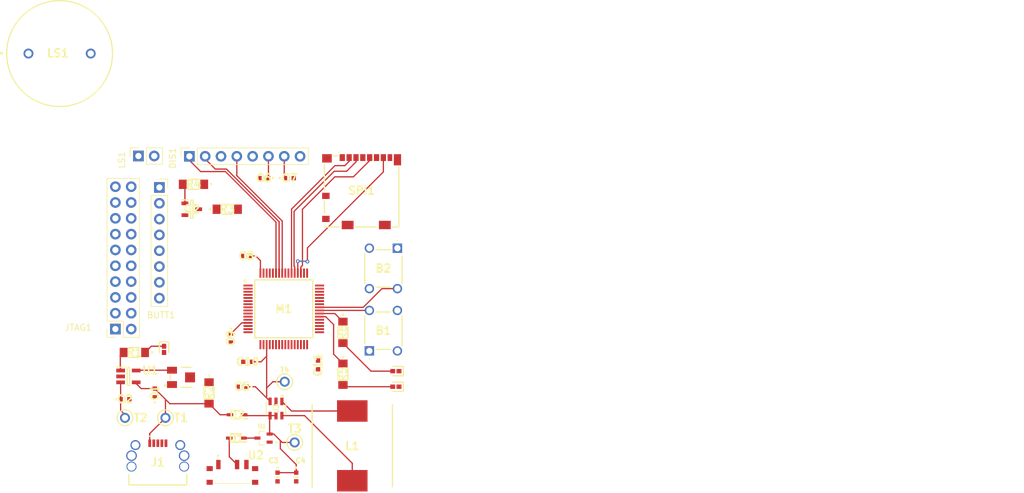
<source format=kicad_pcb>
(kicad_pcb (version 20241229) (generator "pcbnew") (generator_version "9.0")
  (layers (0 "F.Cu" signal) (2 "B.Cu" signal) (13 "F.Paste" user) (15 "B.Paste" user) (5 "F.SilkS" user "F.Silkscreen") (7 "B.SilkS" user "B.Silkscreen") (1 "F.Mask" user) (3 "B.Mask" user) (25 "Edge.Cuts" user))
  (property "SHEETTOTAL" "4")
  (property "SPICEMODELCACHEVSSAWUAC" "<root>\r\n  <DocumentId>VSSAWUAC</DocumentId>\r\n</root>")
  (net 0 "")
  (net 1 "/VDD")
  (net 4 "/IO2")
  (net 7 "/IO3")
  (net 8 "/VBAT2")
  (net 9 "Net-(D1-Pad1)")
  (net 10 "/VIN")
  (net 11 "/VBUS")
  (net 20 "GND")
  (net 22 "Net-(LD1-Pad1)")
  (net 23 "Net-(LD2-Pad2)")
  (net 24 "Net-(LD3-Pad2)")
  (net 28 "/SPI2")
  (net 29 "/DIS1")
  (net 30 "/I2C7")
  (net 32 "/I2C3")
  (net 33 "/IO1")
  (net 34 "/JTAG3")
  (net 40 "/I2C1")
  (net 42 "/DIS2")
  (net 45 "/SPI0")
  (net 46 "/JTAG1")
  (net 48 "/I2C2")
  (net 49 "/I2C4")
  (net 50 "/JTAG0")
  (net 53 "/I2C5")
  (net 57 "/JTAG2")
  (net 61 "/JTAG5")
  (net 62 "/SPI1")
  (net 63 "/SPI3")
  (net 64 "/DIS0")
  (net 65 "/IO0")
  (net 69 "/I2C0")
  (net 71 "/I2C6")
  (net 73 "/PB0")
  (net 74 "/JTAG4")
  (net 77 "Net-(U1-PROG)")
  (net 87 "/VBAT1")
  (net 88 "Net-(U1-STAT)")
  (net 95 "Net-(U3-SW1)")
  (net 96 "Net-(U3-SW2)")
  (net 97 "Net-(C6-Pad1)")
  (net 98 "Net-(C7-Pad1)")
  (net 108 "Net-(Q2-B)")
  (net 109 "Net-(Q2-C)")
  (footprint "footprints:5002" (layer "F.Cu") (at 97 115.5)
    (property "Reference" "T1" (at 2.5 0 0) (layer "F.SilkS") (effects (font (size 1.27 1.27) (thickness 0.254))))
    (property "Value" "5002" (hide yes))
    (pad "1" thru_hole circle (at 0 0) (size 1.6 1.6) (drill 1.02) (layers "*.Cu" "*.Mask") (net 11 "/VBUS"))
  )
  (footprint "footprints:5002" (layer "F.Cu") (at 90.5 115.5)
    (property "Reference" "T2" (at 2.5 0 0) (layer "F.SilkS") (effects (font (size 1.27 1.27) (thickness 0.254))))
    (property "Value" "5002" (hide yes))
    (pad "1" thru_hole circle (at 0 0) (size 1.6 1.6) (drill 1.02) (layers "*.Cu" "*.Mask") (net 87 "/VBAT1"))
  )
  (footprint "Connector_PinSocket_2.54mm:PinSocket_1x08_P2.54mm_Vertical" (layer "F.Cu") (at 100.84 73.5 90)
    (property "Reference" "DIS1" (at -0.3 -2.69 270) (layer "F.SilkS"))
    (property "Value" "Header 8" (hide yes))
    (pad "1" thru_hole rect (at 0 0 90) (size 1.7 1.7) (drill 1) (layers "*.Cu" "*.Mask") (net 64 "/DIS0"))
    (pad "2" thru_hole oval (at 0 2.54 90) (size 1.7 1.7) (drill 1) (layers "*.Cu" "*.Mask") (net 29 "/DIS1"))
    (pad "3" thru_hole oval (at 0 5.08 90) (size 1.7 1.7) (drill 1) (layers "*.Cu" "*.Mask") (net 20 "GND"))
    (pad "4" thru_hole oval (at 0 7.62 90) (size 1.7 1.7) (drill 1) (layers "*.Cu" "*.Mask") (net 42 "/DIS2"))
    (pad "5" thru_hole oval (at 0 10.16 90) (size 1.7 1.7) (drill 1) (layers "*.Cu" "*.Mask") (net 20 "GND"))
    (pad "6" thru_hole oval (at 0 12.7 90) (size 1.7 1.7) (drill 1) (layers "*.Cu" "*.Mask") (net 97 "Net-(C6-Pad1)"))
    (pad "7" thru_hole oval (at 0 15.24 90) (size 1.7 1.7) (drill 1) (layers "*.Cu" "*.Mask") (net 98 "Net-(C7-Pad1)"))
    (pad "8" thru_hole oval (at 0 17.78 90) (size 1.7 1.7) (drill 1) (layers "*.Cu" "*.Mask") (net 20 "GND"))
  )
  (footprint "footprints:QFP50P1200X1200X160-64N" (layer "F.Cu") (at 116 98)
    (property "Reference" "M1" (at 0 0 0) (layer "F.SilkS") (effects (font (size 1.27 1.27) (thickness 0.254))))
    (property "Value" "STM32L476RGT6" (hide yes))
    (pad "1" smd rect (at -5.738 -3.75 90) (size 0.3 1.475) (layers "F.Cu" "F.Mask" "F.Paste") (net 8 "/VBAT2"))
    (pad "2" smd rect (at -5.738 -3.25 90) (size 0.3 1.475) (layers "F.Cu" "F.Mask" "F.Paste"))
    (pad "3" smd rect (at -5.738 -2.75 90) (size 0.3 1.475) (layers "F.Cu" "F.Mask" "F.Paste"))
    (pad "4" smd rect (at -5.738 -2.25 90) (size 0.3 1.475) (layers "F.Cu" "F.Mask" "F.Paste"))
    (pad "5" smd rect (at -5.738 -1.75 90) (size 0.3 1.475) (layers "F.Cu" "F.Mask" "F.Paste"))
    (pad "6" smd rect (at -5.738 -1.25 90) (size 0.3 1.475) (layers "F.Cu" "F.Mask" "F.Paste"))
    (pad "7" smd rect (at -5.738 -0.75 90) (size 0.3 1.475) (layers "F.Cu" "F.Mask" "F.Paste") (net 61 "/JTAG5"))
    (pad "8" smd rect (at -5.738 -0.25 90) (size 0.3 1.475) (layers "F.Cu" "F.Mask" "F.Paste"))
    (pad "9" smd rect (at -5.738 0.25 90) (size 0.3 1.475) (layers "F.Cu" "F.Mask" "F.Paste"))
    (pad "10" smd rect (at -5.738 0.75 90) (size 0.3 1.475) (layers "F.Cu" "F.Mask" "F.Paste"))
    (pad "11" smd rect (at -5.738 1.25 90) (size 0.3 1.475) (layers "F.Cu" "F.Mask" "F.Paste"))
    (pad "12" smd rect (at -5.738 1.75 90) (size 0.3 1.475) (layers "F.Cu" "F.Mask" "F.Paste") (net 20 "GND"))
    (pad "13" smd rect (at -5.738 2.25 90) (size 0.3 1.475) (layers "F.Cu" "F.Mask" "F.Paste") (net 1 "/VDD"))
    (pad "14" smd rect (at -5.738 2.75 90) (size 0.3 1.475) (layers "F.Cu" "F.Mask" "F.Paste"))
    (pad "15" smd rect (at -5.738 3.25 90) (size 0.3 1.475) (layers "F.Cu" "F.Mask" "F.Paste"))
    (pad "16" smd rect (at -5.738 3.75 90) (size 0.3 1.475) (layers "F.Cu" "F.Mask" "F.Paste"))
    (pad "17" smd rect (at -3.75 5.738) (size 0.3 1.475) (layers "F.Cu" "F.Mask" "F.Paste"))
    (pad "18" smd rect (at -3.25 5.738) (size 0.3 1.475) (layers "F.Cu" "F.Mask" "F.Paste") (net 20 "GND"))
    (pad "19" smd rect (at -2.75 5.738) (size 0.3 1.475) (layers "F.Cu" "F.Mask" "F.Paste") (net 1 "/VDD"))
    (pad "20" smd rect (at -2.25 5.738) (size 0.3 1.475) (layers "F.Cu" "F.Mask" "F.Paste"))
    (pad "21" smd rect (at -1.75 5.738) (size 0.3 1.475) (layers "F.Cu" "F.Mask" "F.Paste"))
    (pad "22" smd rect (at -1.25 5.738) (size 0.3 1.475) (layers "F.Cu" "F.Mask" "F.Paste") (net 69 "/I2C0"))
    (pad "23" smd rect (at -0.75 5.738) (size 0.3 1.475) (layers "F.Cu" "F.Mask" "F.Paste") (net 40 "/I2C1"))
    (pad "24" smd rect (at -0.25 5.738) (size 0.3 1.475) (layers "F.Cu" "F.Mask" "F.Paste") (net 48 "/I2C2"))
    (pad "25" smd rect (at 0.25 5.738) (size 0.3 1.475) (layers "F.Cu" "F.Mask" "F.Paste") (net 32 "/I2C3"))
    (pad "26" smd rect (at 0.75 5.738) (size 0.3 1.475) (layers "F.Cu" "F.Mask" "F.Paste") (net 73 "/PB0"))
    (pad "27" smd rect (at 1.25 5.738) (size 0.3 1.475) (layers "F.Cu" "F.Mask" "F.Paste") (net 49 "/I2C4"))
    (pad "28" smd rect (at 1.75 5.738) (size 0.3 1.475) (layers "F.Cu" "F.Mask" "F.Paste") (net 53 "/I2C5"))
    (pad "29" smd rect (at 2.25 5.738) (size 0.3 1.475) (layers "F.Cu" "F.Mask" "F.Paste") (net 71 "/I2C6"))
    (pad "30" smd rect (at 2.75 5.738) (size 0.3 1.475) (layers "F.Cu" "F.Mask" "F.Paste") (net 30 "/I2C7"))
    (pad "31" smd rect (at 3.25 5.738) (size 0.3 1.475) (layers "F.Cu" "F.Mask" "F.Paste") (net 20 "GND"))
    (pad "32" smd rect (at 3.75 5.738) (size 0.3 1.475) (layers "F.Cu" "F.Mask" "F.Paste") (net 1 "/VDD"))
    (pad "33" smd rect (at 5.738 3.75 90) (size 0.3 1.475) (layers "F.Cu" "F.Mask" "F.Paste"))
    (pad "34" smd rect (at 5.738 3.25 90) (size 0.3 1.475) (layers "F.Cu" "F.Mask" "F.Paste"))
    (pad "35" smd rect (at 5.738 2.75 90) (size 0.3 1.475) (layers "F.Cu" "F.Mask" "F.Paste"))
    (pad "36" smd rect (at 5.738 2.25 90) (size 0.3 1.475) (layers "F.Cu" "F.Mask" "F.Paste"))
    (pad "37" smd rect (at 5.738 1.75 90) (size 0.3 1.475) (layers "F.Cu" "F.Mask" "F.Paste"))
    (pad "38" smd rect (at 5.738 1.25 90) (size 0.3 1.475) (layers "F.Cu" "F.Mask" "F.Paste") (net 65 "/IO0"))
    (pad "39" smd rect (at 5.738 0.75 90) (size 0.3 1.475) (layers "F.Cu" "F.Mask" "F.Paste") (net 33 "/IO1"))
    (pad "40" smd rect (at 5.738 0.25 90) (size 0.3 1.475) (layers "F.Cu" "F.Mask" "F.Paste") (net 4 "/IO2"))
    (pad "41" smd rect (at 5.738 -0.25 90) (size 0.3 1.475) (layers "F.Cu" "F.Mask" "F.Paste") (net 7 "/IO3"))
    (pad "42" smd rect (at 5.738 -0.75 90) (size 0.3 1.475) (layers "F.Cu" "F.Mask" "F.Paste"))
    (pad "43" smd rect (at 5.738 -1.25 90) (size 0.3 1.475) (layers "F.Cu" "F.Mask" "F.Paste"))
    (pad "44" smd rect (at 5.738 -1.75 90) (size 0.3 1.475) (layers "F.Cu" "F.Mask" "F.Paste"))
    (pad "45" smd rect (at 5.738 -2.25 90) (size 0.3 1.475) (layers "F.Cu" "F.Mask" "F.Paste"))
    (pad "46" smd rect (at 5.738 -2.75 90) (size 0.3 1.475) (layers "F.Cu" "F.Mask" "F.Paste") (net 57 "/JTAG2"))
    (pad "47" smd rect (at 5.738 -3.25 90) (size 0.3 1.475) (layers "F.Cu" "F.Mask" "F.Paste") (net 20 "GND"))
    (pad "48" smd rect (at 5.738 -3.75 90) (size 0.3 1.475) (layers "F.Cu" "F.Mask" "F.Paste"))
    (pad "49" smd rect (at 3.75 -5.738) (size 0.3 1.475) (layers "F.Cu" "F.Mask" "F.Paste") (net 34 "/JTAG3"))
    (pad "50" smd rect (at 3.25 -5.738) (size 0.3 1.475) (layers "F.Cu" "F.Mask" "F.Paste") (net 74 "/JTAG4"))
    (pad "51" smd rect (at 2.75 -5.738) (size 0.3 1.475) (layers "F.Cu" "F.Mask" "F.Paste") (net 63 "/SPI3"))
    (pad "52" smd rect (at 2.25 -5.738) (size 0.3 1.475) (layers "F.Cu" "F.Mask" "F.Paste") (net 28 "/SPI2"))
    (pad "53" smd rect (at 1.75 -5.738) (size 0.3 1.475) (layers "F.Cu" "F.Mask" "F.Paste") (net 62 "/SPI1"))
    (pad "54" smd rect (at 1.25 -5.738) (size 0.3 1.475) (layers "F.Cu" "F.Mask" "F.Paste") (net 45 "/SPI0"))
    (pad "55" smd rect (at 0.75 -5.738) (size 0.3 1.475) (layers "F.Cu" "F.Mask" "F.Paste") (net 46 "/JTAG1"))
    (pad "56" smd rect (at 0.25 -5.738) (size 0.3 1.475) (layers "F.Cu" "F.Mask" "F.Paste") (net 50 "/JTAG0"))
    (pad "57" smd rect (at -0.25 -5.738) (size 0.3 1.475) (layers "F.Cu" "F.Mask" "F.Paste") (net 42 "/DIS2"))
    (pad "58" smd rect (at -0.75 -5.738) (size 0.3 1.475) (layers "F.Cu" "F.Mask" "F.Paste") (net 29 "/DIS1"))
    (pad "59" smd rect (at -1.25 -5.738) (size 0.3 1.475) (layers "F.Cu" "F.Mask" "F.Paste") (net 64 "/DIS0"))
    (pad "60" smd rect (at -1.75 -5.738) (size 0.3 1.475) (layers "F.Cu" "F.Mask" "F.Paste"))
    (pad "61" smd rect (at -2.25 -5.738) (size 0.3 1.475) (layers "F.Cu" "F.Mask" "F.Paste"))
    (pad "62" smd rect (at -2.75 -5.738) (size 0.3 1.475) (layers "F.Cu" "F.Mask" "F.Paste"))
    (pad "63" smd rect (at -3.25 -5.738) (size 0.3 1.475) (layers "F.Cu" "F.Mask" "F.Paste") (net 20 "GND"))
    (pad "64" smd rect (at -3.75 -5.738) (size 0.3 1.475) (layers "F.Cu" "F.Mask" "F.Paste") (net 1 "/VDD"))
  )
  (footprint "Connector_PinSocket_2.54mm:PinSocket_1x02_P2.54mm_Vertical" (layer "F.Cu") (at 92.66 73.45 90)
    (property "Reference" "LS1" (at -0.65 -2.66 90) (layer "F.SilkS"))
    (property "Value" "Conn_01x02_Pin" (hide yes))
    (pad "1" thru_hole rect (at 0 0 90) (size 1.7 1.7) (drill 1) (layers "*.Cu" "*.Mask") (net 1 "/VDD"))
    (pad "2" thru_hole oval (at 0 2.54 90) (size 1.7 1.7) (drill 1) (layers "*.Cu" "*.Mask") (net 109 "Net-(Q2-C)"))
  )
  (footprint "footprints:MAJx16" (layer "F.Cu") (at 95.275 111.5 90)
    (property "Reference" "C1" (at 0 0 90) (layer "F.SilkS") (effects (font (size 1.27 1.27) (thickness 0.254))))
    (property "Value" "4.7u" (hide yes))
    (pad "1" smd rect (at -0.7 0 90) (size 0.7 0.7) (layers "F.Cu" "F.Mask" "F.Paste") (net 20 "GND"))
    (pad "2" smd rect (at 0.7 0 90) (size 0.7 0.7) (layers "F.Cu" "F.Mask" "F.Paste") (net 11 "/VBUS"))
  )
  (footprint "footprints:1040310811" (layer "F.Cu") (at 128.5 79 180)
    (property "Reference" "SPI1" (at 0 0 0) (layer "F.SilkS") (effects (font (size 1.27 1.27) (thickness 0.254))))
    (property "Value" "104031-0811" (hide yes))
    (pad "1" smd rect (at 3.105 5.294 180) (size 0.85 1.1) (layers "F.Cu" "F.Mask" "F.Paste"))
    (pad "2" smd rect (at 2.005 5.294 180) (size 0.85 1.1) (layers "F.Cu" "F.Mask" "F.Paste") (net 45 "/SPI0"))
    (pad "3" smd rect (at 0.905 5.294 180) (size 0.85 1.1) (layers "F.Cu" "F.Mask" "F.Paste") (net 62 "/SPI1"))
    (pad "4" smd rect (at -0.195 5.294 180) (size 0.85 1.1) (layers "F.Cu" "F.Mask" "F.Paste") (net 1 "/VDD"))
    (pad "5" smd rect (at -1.295 5.294 180) (size 0.85 1.1) (layers "F.Cu" "F.Mask" "F.Paste") (net 63 "/SPI3"))
    (pad "6" smd rect (at -2.395 5.294 180) (size 0.85 1.1) (layers "F.Cu" "F.Mask" "F.Paste") (net 20 "GND"))
    (pad "7" smd rect (at -3.495 5.294 180) (size 0.85 1.1) (layers "F.Cu" "F.Mask" "F.Paste") (net 28 "/SPI2"))
    (pad "8" smd rect (at -4.545 5.294 180) (size 0.75 1.1) (layers "F.Cu" "F.Mask" "F.Paste"))
    (pad "9" smd rect (at -5.755 4.944 180) (size 1.17 1.8) (layers "F.Cu" "F.Mask" "F.Paste"))
    (pad "10" smd rect (at -3.73 -5.531 270) (size 1.35 1.9) (layers "F.Cu" "F.Mask" "F.Paste"))
    (pad "11" smd rect (at 2.24 -5.531 270) (size 1.35 1.9) (layers "F.Cu" "F.Mask" "F.Paste"))
    (pad "12" smd rect (at 5.74 -4.556 270) (size 1 1.2) (layers "F.Cu" "F.Mask" "F.Paste"))
    (pad "13" smd rect (at 5.74 -0.856 270) (size 1 1.2) (layers "F.Cu" "F.Mask" "F.Paste"))
    (pad "14" smd rect (at 5.565 5.169 270) (size 1.35 1.55) (layers "F.Cu" "F.Mask" "F.Paste"))
  )
  (footprint "footprints:3313J-1" (layer "F.Cu") (at 99.5 109 -90)
    (property "Reference" "R0" (hide yes))
    (property "Value" "3313J-1-473E" (hide yes))
    (pad "1" smd rect (at 1.15 1.45 270) (size 1.1 1.6) (layers "F.Cu" "F.Mask" "F.Paste"))
    (pad "2" smd rect (at 0 -1.45) (size 1.6 1.6) (layers "F.Cu" "F.Mask" "F.Paste") (net 20 "GND"))
    (pad "3" smd rect (at -1.15 1.45 270) (size 1.1 1.6) (layers "F.Cu" "F.Mask" "F.Paste") (net 77 "Net-(U1-PROG)"))
  )
  (footprint "footprints:TSOT-23_S6" (layer "F.Cu") (at 114.75 114 -90)
    (property "Reference" "U3" (at 0 0 90) (layer "F.SilkS") (effects (font (size 0.787402 0.787402))))
    (property "Value" "LTC3531ES6-3.3-TRPBF" (hide yes))
    (fp_text user "*" (at -1.9812 -1.3208 90) (layer "F.SilkS"))
    (pad "1" smd rect (at -1.143 -0.95 270) (size 1.2192 0.508) (layers "F.Cu" "F.Mask" "F.Paste") (net 96 "Net-(U3-SW2)"))
    (pad "2" smd rect (at -1.143 0 270) (size 1.2192 0.508) (layers "F.Cu" "F.Mask" "F.Paste") (net 20 "GND"))
    (pad "3" smd rect (at -1.143 0.95 270) (size 1.2192 0.508) (layers "F.Cu" "F.Mask" "F.Paste") (net 1 "/VDD"))
    (pad "4" smd rect (at 1.143 0.95 270) (size 1.2192 0.508) (layers "F.Cu" "F.Mask" "F.Paste") (net 10 "/VIN"))
    (pad "5" smd rect (at 1.143 0 270) (size 1.2192 0.508) (layers "F.Cu" "F.Mask" "F.Paste") (net 10 "/VIN"))
    (pad "6" smd rect (at 1.143 -0.95 270) (size 1.2192 0.508) (layers "F.Cu" "F.Mask" "F.Paste") (net 95 "Net-(U3-SW1)"))
  )
  (footprint "footprints:5002" (layer "F.Cu") (at 117.75 119.45)
    (property "Reference" "T3" (at 0 -2.2 0) (layer "F.SilkS") (effects (font (size 1.27 1.27) (thickness 0.254))))
    (property "Value" "5002" (hide yes))
    (pad "1" thru_hole circle (at 0 0) (size 1.6 1.6) (drill 1.02) (layers "*.Cu" "*.Mask") (net 10 "/VIN"))
  )
  (footprint "footprints:SKHHARA010" (layer "F.Cu") (at 134.25 88.25 -90)
    (property "Reference" "B2" (at 3.25 2.25 180) (layer "F.SilkS") (effects (font (size 1.27 1.27) (thickness 0.254))))
    (property "Value" "SKHHARA010" (hide yes))
    (pad "1" thru_hole rect (at 0 0 270) (size 1.5 1.5) (drill 1) (layers "*.Cu" "*.Mask") (net 1 "/VDD"))
    (pad "2" thru_hole circle (at 6.5 0 270) (size 1.5 1.5) (drill 1) (layers "*.Cu" "*.Mask") (net 7 "/IO3"))
    (pad "3" thru_hole circle (at 0 4.5 270) (size 1.5 1.5) (drill 1) (layers "*.Cu" "*.Mask"))
    (pad "4" thru_hole circle (at 6.5 4.5 270) (size 1.5 1.5) (drill 1) (layers "*.Cu" "*.Mask"))
  )
  (footprint "footprints:SOD2513X110N" (layer "F.Cu") (at 108.388 118.75 180)
    (property "Reference" "D1" (at 0 0 0) (layer "F.SilkS") (effects (font (size 1.27 1.27) (thickness 0.254))))
    (property "Value" "BAS_3010B-03W_E6327" (hide yes))
    (pad "1" smd rect (at -1.138 0 270) (size 0.5 1.05) (layers "F.Cu" "F.Mask" "F.Paste") (net 9 "Net-(D1-Pad1)"))
    (pad "2" smd rect (at 1.138 0 270) (size 0.5 1.05) (layers "F.Cu" "F.Mask" "F.Paste") (net 8 "/VBAT2"))
  )
  (footprint "footprints:MAJx16" (layer "F.Cu") (at 116.9 77)
    (property "Reference" "C7" (at 0 0 0) (layer "F.SilkS") (effects (font (size 1.27 1.27) (thickness 0.254))))
    (property "Value" "10u" (hide yes))
    (pad "1" smd rect (at -0.7 0) (size 0.7 0.7) (layers "F.Cu" "F.Mask" "F.Paste") (net 98 "Net-(C7-Pad1)"))
    (pad "2" smd rect (at 0.7 0) (size 0.7 0.7) (layers "F.Cu" "F.Mask" "F.Paste") (net 20 "GND"))
  )
  (footprint "footprints:MAJx16" (layer "F.Cu") (at 109.3 110.5 180)
    (property "Reference" "C5" (at 0 0 180) (layer "F.SilkS") (effects (font (size 1.27 1.27) (thickness 0.254))))
    (property "Value" "10u" (hide yes))
    (pad "1" smd rect (at -0.7 0 180) (size 0.7 0.7) (layers "F.Cu" "F.Mask" "F.Paste") (net 1 "/VDD"))
    (pad "2" smd rect (at 0.7 0 180) (size 0.7 0.7) (layers "F.Cu" "F.Mask" "F.Paste") (net 20 "GND"))
  )
  (footprint "footprints:SOT95P240X115-3N" (layer "F.Cu") (at 101.225 82)
    (property "Reference" "Q2" (at 0 0 0) (layer "F.SilkS") (effects (font (size 1.27 1.27) (thickness 0.254))))
    (property "Value" "BC847-T" (hide yes))
    (pad "1" smd rect (at -1.1 -0.95 90) (size 0.6 1.1) (layers "F.Cu" "F.Mask" "F.Paste") (net 108 "Net-(Q2-B)"))
    (pad "2" smd rect (at -1.1 0.95 90) (size 0.6 1.1) (layers "F.Cu" "F.Mask" "F.Paste") (net 20 "GND"))
    (pad "3" smd rect (at 1.1 0 90) (size 0.6 1.1) (layers "F.Cu" "F.Mask" "F.Paste") (net 109 "Net-(Q2-C)"))
  )
  (footprint "footprints:SOT95P270X145-5N" (layer "F.Cu") (at 91.05 108.85)
    (property "Reference" "U1" (at 3.5 -1 0) (layer "F.SilkS") (effects (font (size 1.27 1.27) (thickness 0.254))))
    (property "Value" "MCP73831T-2ACI_OT" (hide yes))
    (pad "1" smd rect (at -1.25 -0.95 90) (size 0.6 1.4) (layers "F.Cu" "F.Mask" "F.Paste") (net 88 "Net-(U1-STAT)"))
    (pad "2" smd rect (at -1.25 0 90) (size 0.6 1.4) (layers "F.Cu" "F.Mask" "F.Paste") (net 20 "GND"))
    (pad "3" smd rect (at -1.25 0.95 90) (size 0.6 1.4) (layers "F.Cu" "F.Mask" "F.Paste") (net 87 "/VBAT1"))
    (pad "4" smd rect (at 1.25 0.95 90) (size 0.6 1.4) (layers "F.Cu" "F.Mask" "F.Paste") (net 11 "/VBUS"))
    (pad "5" smd rect (at 1.25 -0.95 90) (size 0.6 1.4) (layers "F.Cu" "F.Mask" "F.Paste") (net 77 "Net-(U1-PROG)"))
  )
  (footprint "footprints:ERA8KEB1004V" (layer "F.Cu") (at 104 111.5 -90)
    (property "Reference" "R2" (at 0 0 270) (layer "F.SilkS") (effects (font (size 1.27 1.27) (thickness 0.254))))
    (property "Value" "100k" (hide yes))
    (pad "1" smd rect (at -1.725 0 270) (size 1.25 1.5) (layers "F.Cu" "F.Mask" "F.Paste") (net 20 "GND"))
    (pad "2" smd rect (at 1.725 0 270) (size 1.25 1.5) (layers "F.Cu" "F.Mask" "F.Paste") (net 11 "/VBUS"))
  )
  (footprint "footprints:SOT65P210X110-3N" (layer "F.Cu") (at 112.75 118.75 180)
    (property "Reference" "Q1" (at 0.25 1.9 0) (layer "F.SilkS") (effects (font (size 0.64 0.64))))
    (property "Value" "DMP2240UW-7" (hide yes))
    (pad "1" smd rect (at -0.98 -0.65 180) (size 0.97 0.5) (layers "F.Cu" "F.Mask" "F.Paste") (net 11 "/VBUS"))
    (pad "2" smd rect (at -0.98 0.65 180) (size 0.97 0.5) (layers "F.Cu" "F.Mask" "F.Paste") (net 10 "/VIN"))
    (pad "3" smd rect (at 0.98 0 180) (size 0.97 0.5) (layers "F.Cu" "F.Mask" "F.Paste") (net 9 "Net-(D1-Pad1)"))
  )
  (footprint "footprints:ERA8KEB1004V" (layer "F.Cu") (at 92 105 180)
    (property "Reference" "R1" (at 0 0 180) (layer "F.SilkS") (effects (font (size 1.27 1.27) (thickness 0.254))))
    (property "Value" "470" (hide yes))
    (pad "1" smd rect (at -1.725 0 180) (size 1.25 1.5) (layers "F.Cu" "F.Mask" "F.Paste") (net 22 "Net-(LD1-Pad1)"))
    (pad "2" smd rect (at 1.725 0 180) (size 1.25 1.5) (layers "F.Cu" "F.Mask" "F.Paste") (net 88 "Net-(U1-STAT)"))
  )
  (footprint "Connector_PinSocket_2.54mm:PinSocket_1x08_P2.54mm_Vertical" (layer "F.Cu") (at 96.025 78.5)
    (property "Reference" "BUTT1" (at 0.275 20.5 0) (layer "F.SilkS"))
    (property "Value" "Header 8" (hide yes))
    (pad "1" thru_hole rect (at 0 0) (size 1.7 1.7) (drill 1) (layers "*.Cu" "*.Mask") (net 30 "/I2C7"))
    (pad "2" thru_hole oval (at 0 2.54) (size 1.7 1.7) (drill 1) (layers "*.Cu" "*.Mask") (net 71 "/I2C6"))
    (pad "3" thru_hole oval (at 0 5.08) (size 1.7 1.7) (drill 1) (layers "*.Cu" "*.Mask") (net 53 "/I2C5"))
    (pad "4" thru_hole oval (at 0 7.62) (size 1.7 1.7) (drill 1) (layers "*.Cu" "*.Mask") (net 49 "/I2C4"))
    (pad "5" thru_hole oval (at 0 10.16) (size 1.7 1.7) (drill 1) (layers "*.Cu" "*.Mask") (net 32 "/I2C3"))
    (pad "6" thru_hole oval (at 0 12.7) (size 1.7 1.7) (drill 1) (layers "*.Cu" "*.Mask") (net 48 "/I2C2"))
    (pad "7" thru_hole oval (at 0 15.24) (size 1.7 1.7) (drill 1) (layers "*.Cu" "*.Mask") (net 40 "/I2C1"))
    (pad "8" thru_hole oval (at 0 17.78) (size 1.7 1.7) (drill 1) (layers "*.Cu" "*.Mask") (net 69 "/I2C0"))
  )
  (footprint "footprints:PS17_1" (layer "F.Cu") (at 80 57)
    (property "Reference" "LS1" (at -0.28 -0.054 0) (layer "F.SilkS") (effects (font (size 1.27 1.27) (thickness 0.254))))
    (property "Value" "PS1720P02" (hide yes))
    (pad "1" thru_hole circle (at -5 0) (size 1.58 1.58) (drill 1.02) (layers "*.Cu" "*.Mask"))
    (pad "2" thru_hole circle (at 5 0) (size 1.58 1.58) (drill 1.02) (layers "*.Cu" "*.Mask"))
  )
  (footprint "footprints:ERA8KEB1004V" (layer "F.Cu") (at 125.5 108.5 -90)
    (property "Reference" "R5" (at 0 0 270) (layer "F.SilkS") (effects (font (size 1.27 1.27) (thickness 0.254))))
    (property "Value" "470" (hide yes))
    (pad "1" smd rect (at -1.725 0 270) (size 1.25 1.5) (layers "F.Cu" "F.Mask" "F.Paste") (net 65 "/IO0"))
    (pad "2" smd rect (at 1.725 0 270) (size 1.25 1.5) (layers "F.Cu" "F.Mask" "F.Paste") (net 23 "Net-(LD2-Pad2)"))
  )
  (footprint "footprints:LEDC1006X25N" (layer "F.Cu") (at 134 110.5 180)
    (property "Reference" "LD2" (hide yes))
    (property "Value" "SML-P12UTT86" (hide yes))
    (pad "1" smd rect (at -0.5 0 270) (size 0.7 0.8) (layers "F.Cu" "F.Mask" "F.Paste") (net 20 "GND"))
    (pad "2" smd rect (at 0.5 0 270) (size 0.7 0.8) (layers "F.Cu" "F.Mask" "F.Paste") (net 23 "Net-(LD2-Pad2)"))
  )
  (footprint "footprints:LEDC1006X25N" (layer "F.Cu") (at 134 108 180)
    (property "Reference" "LD3" (hide yes))
    (property "Value" "SML-P12UTT86" (hide yes))
    (pad "1" smd rect (at -0.5 0 270) (size 0.7 0.8) (layers "F.Cu" "F.Mask" "F.Paste") (net 20 "GND"))
    (pad "2" smd rect (at 0.5 0 270) (size 0.7 0.8) (layers "F.Cu" "F.Mask" "F.Paste") (net 24 "Net-(LD3-Pad2)"))
  )
  (footprint "footprints:INDPM132129X350N" (layer "F.Cu") (at 127 120 90)
    (property "Reference" "L1" (at 0 0 180) (layer "F.SilkS") (effects (font (size 1.27 1.27) (thickness 0.254))))
    (property "Value" "10u" (hide yes))
    (pad "1" smd rect (at -5.6 0 90) (size 3.45 4.9) (layers "F.Cu" "F.Mask" "F.Paste") (net 95 "Net-(U3-SW1)"))
    (pad "2" smd rect (at 5.6 0 90) (size 3.45 4.9) (layers "F.Cu" "F.Mask" "F.Paste") (net 96 "Net-(U3-SW2)"))
  )
  (footprint "footprints:MAJx16" (layer "F.Cu") (at 121.5 107 -90)
    (property "Reference" "C11" (at 0 0 90) (layer "F.SilkS") (effects (font (size 1.27 1.27) (thickness 0.254))))
    (property "Value" "10u" (hide yes))
    (pad "1" smd rect (at -0.7 0 270) (size 0.7 0.7) (layers "F.Cu" "F.Mask" "F.Paste") (net 1 "/VDD"))
    (pad "2" smd rect (at 0.7 0 270) (size 0.7 0.7) (layers "F.Cu" "F.Mask" "F.Paste") (net 20 "GND"))
  )
  (footprint "footprints:SKHHARA010" (layer "F.Cu") (at 129.75 104.75 90)
    (property "Reference" "B1" (at 3.25 2.25 180) (layer "F.SilkS") (effects (font (size 1.27 1.27) (thickness 0.254))))
    (property "Value" "SKHHARA010" (hide yes))
    (pad "1" thru_hole rect (at 0 0 90) (size 1.5 1.5) (drill 1) (layers "*.Cu" "*.Mask") (net 1 "/VDD"))
    (pad "2" thru_hole circle (at 6.5 0 90) (size 1.5 1.5) (drill 1) (layers "*.Cu" "*.Mask") (net 4 "/IO2"))
    (pad "3" thru_hole circle (at 0 4.5 90) (size 1.5 1.5) (drill 1) (layers "*.Cu" "*.Mask"))
    (pad "4" thru_hole circle (at 6.5 4.5 90) (size 1.5 1.5) (drill 1) (layers "*.Cu" "*.Mask"))
  )
  (footprint "footprints:MAJx16" (layer "F.Cu") (at 110 89.5 180)
    (property "Reference" "C8" (at 0 0 180) (layer "F.SilkS") (effects (font (size 1.27 1.27) (thickness 0.254))))
    (property "Value" "10u" (hide yes))
    (pad "1" smd rect (at -0.7 0 180) (size 0.7 0.7) (layers "F.Cu" "F.Mask" "F.Paste") (net 1 "/VDD"))
    (pad "2" smd rect (at 0.7 0 180) (size 0.7 0.7) (layers "F.Cu" "F.Mask" "F.Paste") (net 20 "GND"))
  )
  (footprint "footprints:PCM12SMTR" (layer "F.Cu") (at 107.75 124.75)
    (property "Reference" "U2" (at 3.75 -3.25 0) (layer "F.SilkS") (effects (font (size 1.27 1.27) (thickness 0.254))))
    (property "Value" "PCM12SMTR" (hide yes))
    (pad "" np_thru_hole circle (at -1.5 0) (size 0.9 0.9) (drill 0.9) (layers "*.Cu" "*.Mask"))
    (pad "" np_thru_hole circle (at 1.5 0) (size 0.9 0.9) (drill 0.9) (layers "*.Cu" "*.Mask"))
    (pad "1" smd rect (at -2.25 -1.75) (size 0.7 1.5) (layers "F.Cu" "F.Mask" "F.Paste"))
    (pad "2" smd rect (at 0.75 -1.75) (size 0.7 1.5) (layers "F.Cu" "F.Mask" "F.Paste") (net 8 "/VBAT2"))
    (pad "3" smd rect (at 2.25 -1.75) (size 0.7 1.5) (layers "F.Cu" "F.Mask" "F.Paste"))
    (pad "MP1" smd rect (at -3.65 -1.1 90) (size 0.8 1) (layers "F.Cu" "F.Mask" "F.Paste"))
    (pad "MP2" smd rect (at -3.65 1.1 90) (size 0.8 1) (layers "F.Cu" "F.Mask" "F.Paste"))
    (pad "MP3" smd rect (at 3.65 1.1 90) (size 0.8 1) (layers "F.Cu" "F.Mask" "F.Paste"))
    (pad "MP4" smd rect (at 3.65 -1.1 90) (size 0.8 1) (layers "F.Cu" "F.Mask" "F.Paste"))
  )
  (footprint "footprints:MAJx16" (layer "F.Cu") (at 112.8 77 180)
    (property "Reference" "C6" (at 0 0 0) (layer "F.SilkS") (effects (font (size 1.27 1.27) (thickness 0.254))))
    (property "Value" "10u" (hide yes))
    (pad "1" smd rect (at -0.7 0 180) (size 0.7 0.7) (layers "F.Cu" "F.Mask" "F.Paste") (net 97 "Net-(C6-Pad1)"))
    (pad "2" smd rect (at 0.7 0 180) (size 0.7 0.7) (layers "F.Cu" "F.Mask" "F.Paste") (net 20 "GND"))
  )
  (footprint "Connector_PinSocket_2.54mm:PinSocket_2x10_P2.54mm_Vertical" (layer "F.Cu") (at 88.96 101.24 180)
    (property "Reference" "JTAG1" (at 5.96 0.24 0) (layer "F.SilkS"))
    (property "Value" "Header 10X2" (hide yes))
    (pad "1" thru_hole rect (at 0 0 180) (size 1.7 1.7) (drill 1) (layers "*.Cu" "*.Mask") (net 1 "/VDD"))
    (pad "2" thru_hole oval (at -2.54 0 180) (size 1.7 1.7) (drill 1) (layers "*.Cu" "*.Mask") (net 1 "/VDD"))
    (pad "3" thru_hole oval (at 0 2.54 180) (size 1.7 1.7) (drill 1) (layers "*.Cu" "*.Mask") (net 50 "/JTAG0"))
    (pad "4" thru_hole oval (at -2.54 2.54 180) (size 1.7 1.7) (drill 1) (layers "*.Cu" "*.Mask"))
    (pad "5" thru_hole oval (at 0 5.08 180) (size 1.7 1.7) (drill 1) (layers "*.Cu" "*.Mask") (net 46 "/JTAG1"))
    (pad "6" thru_hole oval (at -2.54 5.08 180) (size 1.7 1.7) (drill 1) (layers "*.Cu" "*.Mask"))
    (pad "7" thru_hole oval (at 0 7.62 180) (size 1.7 1.7) (drill 1) (layers "*.Cu" "*.Mask") (net 57 "/JTAG2"))
    (pad "8" thru_hole oval (at -2.54 7.62 180) (size 1.7 1.7) (drill 1) (layers "*.Cu" "*.Mask"))
    (pad "9" thru_hole oval (at 0 10.16 180) (size 1.7 1.7) (drill 1) (layers "*.Cu" "*.Mask") (net 34 "/JTAG3"))
    (pad "10" thru_hole oval (at -2.54 10.16 180) (size 1.7 1.7) (drill 1) (layers "*.Cu" "*.Mask"))
    (pad "11" thru_hole oval (at 0 12.7 180) (size 1.7 1.7) (drill 1) (layers "*.Cu" "*.Mask"))
    (pad "12" thru_hole oval (at -2.54 12.7 180) (size 1.7 1.7) (drill 1) (layers "*.Cu" "*.Mask") (net 20 "GND"))
    (pad "13" thru_hole oval (at 0 15.24 180) (size 1.7 1.7) (drill 1) (layers "*.Cu" "*.Mask") (net 74 "/JTAG4"))
    (pad "14" thru_hole oval (at -2.54 15.24 180) (size 1.7 1.7) (drill 1) (layers "*.Cu" "*.Mask"))
    (pad "15" thru_hole oval (at 0 17.78 180) (size 1.7 1.7) (drill 1) (layers "*.Cu" "*.Mask") (net 61 "/JTAG5"))
    (pad "16" thru_hole oval (at -2.54 17.78 180) (size 1.7 1.7) (drill 1) (layers "*.Cu" "*.Mask"))
    (pad "17" thru_hole oval (at 0 20.32 180) (size 1.7 1.7) (drill 1) (layers "*.Cu" "*.Mask"))
    (pad "18" thru_hole oval (at -2.54 20.32 180) (size 1.7 1.7) (drill 1) (layers "*.Cu" "*.Mask") (net 20 "GND"))
    (pad "19" thru_hole oval (at 0 22.86 180) (size 1.7 1.7) (drill 1) (layers "*.Cu" "*.Mask"))
    (pad "20" thru_hole oval (at -2.54 22.86 180) (size 1.7 1.7) (drill 1) (layers "*.Cu" "*.Mask") (net 20 "GND"))
  )
  (footprint "footprints:MAJx16" (layer "F.Cu") (at 107.5 102.7 -90)
    (property "Reference" "C9" (at 0 0 270) (layer "F.SilkS") (effects (font (size 1.27 1.27) (thickness 0.254))))
    (property "Value" "10u" (hide yes))
    (pad "1" smd rect (at -0.7 0 270) (size 0.7 0.7) (layers "F.Cu" "F.Mask" "F.Paste") (net 1 "/VDD"))
    (pad "2" smd rect (at 0.7 0 270) (size 0.7 0.7) (layers "F.Cu" "F.Mask" "F.Paste") (net 20 "GND"))
  )
  (footprint "footprints:ERA8KEB1004V" (layer "F.Cu") (at 101.5 78 180)
    (property "Reference" "R4" (at 0 0 180) (layer "F.SilkS") (effects (font (size 1.27 1.27) (thickness 0.254))))
    (property "Value" "1k" (hide yes))
    (pad "1" smd rect (at -1.725 0 180) (size 1.25 1.5) (layers "F.Cu" "F.Mask" "F.Paste") (net 73 "/PB0"))
    (pad "2" smd rect (at 1.725 0 180) (size 1.25 1.5) (layers "F.Cu" "F.Mask" "F.Paste") (net 108 "Net-(Q2-B)"))
  )
  (footprint "footprints:MAJx16" (layer "F.Cu") (at 118 125 -90)
    (property "Reference" "C4" (at -2.65 -0.7 0) (layer "F.SilkS") (effects (font (size 0.8 0.8) (thickness 0.2))))
    (property "Value" "10u" (hide yes))
    (pad "1" smd rect (at -0.7 0 270) (size 0.7 0.7) (layers "F.Cu" "F.Mask" "F.Paste") (net 10 "/VIN"))
    (pad "2" smd rect (at 0.7 0 270) (size 0.7 0.7) (layers "F.Cu" "F.Mask" "F.Paste") (net 20 "GND"))
  )
  (footprint "footprints:SOD2513X110N" (layer "F.Cu") (at 108.5 115 180)
    (property "Reference" "D2" (at 0 0 0) (layer "F.SilkS") (effects (font (size 1.27 1.27) (thickness 0.254))))
    (property "Value" "BAS_3010B-03W_E6327" (hide yes))
    (pad "1" smd rect (at -1.138 0 270) (size 0.5 1.05) (layers "F.Cu" "F.Mask" "F.Paste") (net 10 "/VIN"))
    (pad "2" smd rect (at 1.138 0 270) (size 0.5 1.05) (layers "F.Cu" "F.Mask" "F.Paste") (net 11 "/VBUS"))
  )
  (footprint "footprints:MAJx16" (layer "F.Cu") (at 115 125 -90)
    (property "Reference" "C3" (at -2.65 0.65 0) (layer "F.SilkS") (effects (font (size 0.8 0.8) (thickness 0.2))))
    (property "Value" "10u" (hide yes))
    (pad "1" smd rect (at -0.7 0 270) (size 0.7 0.7) (layers "F.Cu" "F.Mask" "F.Paste") (net 10 "/VIN"))
    (pad "2" smd rect (at 0.7 0 270) (size 0.7 0.7) (layers "F.Cu" "F.Mask" "F.Paste") (net 20 "GND"))
  )
  (footprint "footprints:ERA8KEB1004V" (layer "F.Cu") (at 106.925 82)
    (property "Reference" "R3" (at 0 0 0) (layer "F.SilkS") (effects (font (size 1.27 1.27) (thickness 0.254))))
    (property "Value" "1k" (hide yes))
    (pad "1" smd rect (at -1.725 0) (size 1.25 1.5) (layers "F.Cu" "F.Mask" "F.Paste") (net 109 "Net-(Q2-C)"))
    (pad "2" smd rect (at 1.725 0) (size 1.25 1.5) (layers "F.Cu" "F.Mask" "F.Paste") (net 1 "/VDD"))
  )
  (footprint "footprints:LEDC1006X25N" (layer "F.Cu") (at 96.775 104.5 -90)
    (property "Reference" "LD1" (hide yes))
    (property "Value" "SML-P12UTT86" (hide yes))
    (pad "1" smd rect (at -0.5 0) (size 0.7 0.8) (layers "F.Cu" "F.Mask" "F.Paste") (net 22 "Net-(LD1-Pad1)"))
    (pad "2" smd rect (at 0.5 0) (size 0.7 0.8) (layers "F.Cu" "F.Mask" "F.Paste") (net 11 "/VBUS"))
  )
  (footprint "footprints:5002" (layer "F.Cu") (at 116.15 109.7)
    (property "Reference" "T4" (at 0 -1.9 0) (layer "F.SilkS") (effects (font (size 0.8 0.8) (thickness 0.2))))
    (property "Value" "5002" (hide yes))
    (pad "1" thru_hole circle (at 0 0) (size 1.6 1.6) (drill 1.02) (layers "*.Cu" "*.Mask") (net 1 "/VDD"))
  )
  (footprint "footprints:MAJx16" (layer "F.Cu") (at 90.5 112.5)
    (property "Reference" "C2" (at 0 0 0) (layer "F.SilkS") (effects (font (size 1.27 1.27) (thickness 0.254))))
    (property "Value" "4.7u" (hide yes))
    (pad "1" smd rect (at -0.7 0) (size 0.7 0.7) (layers "F.Cu" "F.Mask" "F.Paste") (net 87 "/VBAT1"))
    (pad "2" smd rect (at 0.7 0) (size 0.7 0.7) (layers "F.Cu" "F.Mask" "F.Paste") (net 20 "GND"))
  )
  (footprint "footprints:ERA8KEB1004V" (layer "F.Cu") (at 125.5 101.775 -90)
    (property "Reference" "R6" (at 0 0 90) (layer "F.SilkS") (effects (font (size 1.27 1.27) (thickness 0.254))))
    (property "Value" "470" (hide yes))
    (pad "1" smd rect (at -1.725 0 270) (size 1.25 1.5) (layers "F.Cu" "F.Mask" "F.Paste") (net 33 "/IO1"))
    (pad "2" smd rect (at 1.725 0 270) (size 1.25 1.5) (layers "F.Cu" "F.Mask" "F.Paste") (net 24 "Net-(LD3-Pad2)"))
  )
  (footprint "footprints:2049261103" (layer "F.Cu") (at 95.775 122.8)
    (property "Reference" "J1" (at 0 -0.175 0) (layer "F.SilkS") (effects (font (size 1.27 1.27) (thickness 0.254))))
    (property "Value" "204926-1103" (hide yes))
    (pad "1" smd rect (at -1.3 -3.225) (size 0.45 1.2) (layers "F.Cu" "F.Mask" "F.Paste") (net 11 "/VBUS"))
    (pad "2" smd rect (at -0.65 -3.225) (size 0.45 1.2) (layers "F.Cu" "F.Mask" "F.Paste"))
    (pad "3" smd rect (at 0 -3.225) (size 0.45 1.2) (layers "F.Cu" "F.Mask" "F.Paste"))
    (pad "4" smd rect (at 0.65 -3.225) (size 0.45 1.2) (layers "F.Cu" "F.Mask" "F.Paste"))
    (pad "5" smd rect (at 1.3 -3.225) (size 0.45 1.2) (layers "F.Cu" "F.Mask" "F.Paste") (net 20 "GND"))
    (pad "MH1" thru_hole circle (at -3.6 -2.925) (size 1.6 1.6) (drill 1.17) (layers "*.Cu" "*.Mask"))
    (pad "MH2" thru_hole circle (at 3.6 -2.925) (size 1.6 1.6) (drill 1.17) (layers "*.Cu" "*.Mask"))
    (pad "MH3" thru_hole circle (at -4.225 -1.225) (size 1.7 1.7) (drill 1.3) (layers "*.Cu" "*.Mask"))
    (pad "MH4" thru_hole circle (at 4.225 -1.225) (size 1.7 1.7) (drill 1.3) (layers "*.Cu" "*.Mask"))
    (pad "MH5" thru_hole circle (at -4.225 0.525) (size 1.6 1.6) (drill 1.3) (layers "*.Cu" "*.Mask"))
    (pad "MH6" thru_hole circle (at 4.225 0.525) (size 1.6 1.6) (drill 1.3) (layers "*.Cu" "*.Mask"))
  )
  (footprint "footprints:MAJx16" (layer "F.Cu") (at 110.2 106.5 180)
    (property "Reference" "C10" (at 0 0 180) (layer "F.SilkS") (effects (font (size 1.27 1.27) (thickness 0.254))))
    (property "Value" "10u" (hide yes))
    (pad "1" smd rect (at -0.7 0 180) (size 0.7 0.7) (layers "F.Cu" "F.Mask" "F.Paste") (net 1 "/VDD"))
    (pad "2" smd rect (at 0.7 0 180) (size 0.7 0.7) (layers "F.Cu" "F.Mask" "F.Paste") (net 20 "GND"))
  )
  (segment (start 110 110.5) (end 111.443 110.5) (width 0.2) (layer "F.Cu") (net 1))
  (segment (start 110.9 106.5) (end 112.35 106.5) (width 0.2) (layer "F.Cu") (net 1))
  (segment (start 113.25 110.7) (end 113.25 105.6) (width 0.2) (layer "F.Cu") (net 1))
  (segment (start 107.5 102) (end 109.25 100.25) (width 0.2) (layer "F.Cu") (net 1))
  (segment (start 110.7 89.5) (end 111.5 89.5) (width 0.2) (layer "F.Cu") (net 1))
  (segment (start 112.35 106.5) (end 113.25 105.6) (width 0.2) (layer "F.Cu") (net 1))
  (segment (start 111.5 89.5) (end 112.25 90.25) (width 0.2) (layer "F.Cu") (net 1))
  (segment (start 114.25 109.7) (end 113.25 110.7) (width 0.2) (layer "F.Cu") (net 1))
  (segment (start 113.25 105.6) (end 113.25 103.738) (width 0.2) (layer "F.Cu") (net 1))
  (segment (start 113.25 112.307) (end 113.25 110.7) (width 0.2) (layer "F.Cu") (net 1))
  (segment (start 109.25 100.25) (end 110.262 100.25) (width 0.2) (layer "F.Cu") (net 1))
  (segment (start 112.25 90.25) (end 112.25 92.262) (width 0.2) (layer "F.Cu") (net 1))
  (segment (start 113.8 112.857) (end 113.25 112.307) (width 0.2) (layer "F.Cu") (net 1))
  (segment (start 111.443 110.5) (end 113.25 112.307) (width 0.2) (layer "F.Cu") (net 1))
  (segment (start 116.15 109.7) (end 114.25 109.7) (width 0.2) (layer "F.Cu") (net 1))
  (segment (start 129.75 98.25) (end 121.738 98.25) (width 0.2) (layer "F.Cu") (net 4))
  (segment (start 134.25 94.75) (end 131.763661 94.75) (width 0.2) (layer "F.Cu") (net 7))
  (segment (start 128.763661 97.75) (end 121.738 97.75) (width 0.2) (layer "F.Cu") (net 7))
  (segment (start 131.763661 94.75) (end 128.763661 97.75) (width 0.2) (layer "F.Cu") (net 7))
  (segment (start 107.25 121.75) (end 107.25 118.75) (width 0.2) (layer "F.Cu") (net 8))
  (segment (start 108.5 123) (end 107.25 121.75) (width 0.2) (layer "F.Cu") (net 8))
  (segment (start 109.526 118.75) (end 111.77 118.75) (width 0.2) (layer "F.Cu") (net 9))
  (segment (start 118 123) (end 118 124.3) (width 0.2) (layer "F.Cu") (net 10))
  (segment (start 115.45 119.15) (end 115.45 120.45) (width 0.2) (layer "F.Cu") (net 10))
  (segment (start 113.73 118.1) (end 114.4 118.1) (width 0.2) (layer "F.Cu") (net 10))
  (segment (start 115.75 119.45) (end 115.45 119.15) (width 0.2) (layer "F.Cu") (net 10))
  (segment (start 113.8 115.143) (end 109.781 115.143) (width 0.2) (layer "F.Cu") (net 10))
  (segment (start 109.781 115.143) (end 109.638 115) (width 0.2) (layer "F.Cu") (net 10))
  (segment (start 113.73 118.1) (end 113.73 115.213) (width 0.2) (layer "F.Cu") (net 10))
  (segment (start 115 124.3) (end 118 124.3) (width 0.2) (layer "F.Cu") (net 10))
  (segment (start 113.8 115.143) (end 114.75 115.143) (width 0.2) (layer "F.Cu") (net 10))
  (segment (start 115.45 120.45) (end 118 123) (width 0.2) (layer "F.Cu") (net 10))
  (segment (start 113.73 115.213) (end 113.8 115.143) (width 0.2) (layer "F.Cu") (net 10))
  (segment (start 117.75 119.45) (end 115.75 119.45) (width 0.2) (layer "F.Cu") (net 10))
  (segment (start 114.4 118.1) (end 115.45 119.15) (width 0.2) (layer "F.Cu") (net 10))
  (segment (start 95.275 110.8) (end 93.1 110.8) (width 0.2) (layer "F.Cu") (net 11))
  (segment (start 95.275 110.8) (end 97 112.525) (width 0.2) (layer "F.Cu") (net 11))
  (segment (start 97 112.525) (end 97.7 113.225) (width 0.2) (layer "F.Cu") (net 11))
  (segment (start 107.362 115) (end 105.775 115) (width 0.2) (layer "F.Cu") (net 11))
  (segment (start 97 112.525) (end 97 115.5) (width 0.2) (layer "F.Cu") (net 11))
  (segment (start 94.475 118.025) (end 97 115.5) (width 0.2) (layer "F.Cu") (net 11))
  (segment (start 105.775 115) (end 104 113.225) (width 0.2) (layer "F.Cu") (net 11))
  (segment (start 93.1 110.8) (end 92.25 109.95) (width 0.2) (layer "F.Cu") (net 11))
  (segment (start 97.7 113.225) (end 104 113.225) (width 0.2) (layer "F.Cu") (net 11))
  (segment (start 94.475 119.775) (end 94.475 118.025) (width 0.2) (layer "F.Cu") (net 11))
  (segment (start 94.725 104) (end 96.775 104) (width 0.2) (layer "F.Cu") (net 22))
  (segment (start 93.725 105) (end 94.725 104) (width 0.2) (layer "F.Cu") (net 22))
  (segment (start 125.775 110.5) (end 125.5 110.225) (width 0.2) (layer "F.Cu") (net 23))
  (segment (start 133.5 110.5) (end 125.775 110.5) (width 0.2) (layer "F.Cu") (net 23))
  (segment (start 130 108) (end 125.5 103.5) (width 0.2) (layer "F.Cu") (net 24))
  (segment (start 133.5 108) (end 130 108) (width 0.2) (layer "F.Cu") (net 24))
  (segment (start 118.251 90.35) (end 118.251 92.261) (width 0.2) (layer "F.Cu") (net 28))
  (segment (start 118.251 92.261) (end 118.25 92.262) (width 0.2) (layer "F.Cu") (net 28))
  (segment (start 119.8 88.2) (end 119.8 90.4) (width 0.2) (layer "F.Cu") (net 28))
  (segment (start 131.995 76.005) (end 119.8 88.2) (width 0.2) (layer "F.Cu") (net 28))
  (segment (start 131.995 73.706) (end 131.995 76.005) (width 0.2) (layer "F.Cu") (net 28))
  (via (at 118.251 90.35) (size 0.6) (drill 0.3) (layers "F.Cu" "B.Cu") (net 28))
  (via (at 119.8 90.4) (size 0.6) (drill 0.3) (layers "F.Cu" "B.Cu") (net 28))
  (segment (start 119.75 90.35) (end 119.8 90.4) (width 0.2) (layer "B.Cu") (net 28))
  (segment (start 118.251 90.35) (end 119.75 90.35) (width 0.2) (layer "B.Cu") (net 28))
  (segment (start 114.9161 83.6661) (end 115.151 83.901) (width 0.2) (layer "F.Cu") (net 29))
  (segment (start 115.151 83.901) (end 115.25 84) (width 0.2) (layer "F.Cu") (net 29))
  (segment (start 103.38 73.93) (end 104.999 75.549) (width 0.2) (layer "F.Cu") (net 29))
  (segment (start 107.0339 75.7839) (end 114.9161 83.6661) (width 0.2) (layer "F.Cu") (net 29))
  (segment (start 106.799 75.549) (end 107 75.75) (width 0.2) (layer "F.Cu") (net 29))
  (segment (start 107 75.75) (end 107.0339 75.7839) (width 0.2) (layer "F.Cu") (net 29))
  (segment (start 106.4668 75.549) (end 106.799 75.549) (width 0.2) (layer "F.Cu") (net 29))
  (segment (start 103.38 73.5) (end 103.38 73.93) (width 0.2) (layer "F.Cu") (net 29))
  (segment (start 104.999 75.549) (end 106.4668 75.549) (width 0.2) (layer "F.Cu") (net 29))
  (segment (start 115.25 84) (end 115.25 92.262) (width 0.2) (layer "F.Cu") (net 29))
  (segment (start 125.5 100.05) (end 124.2 98.75) (width 0.2) (layer "F.Cu") (net 33))
  (segment (start 124.2 98.75) (end 121.738 98.75) (width 0.2) (layer "F.Cu") (net 33))
  (segment (start 108.46 73.5) (end 108.46 76.61) (width 0.2) (layer "F.Cu") (net 42))
  (segment (start 115.75 83.9) (end 115.75 92.262) (width 0.2) (layer "F.Cu") (net 42))
  (segment (start 108.46 76.61) (end 115.75 83.9) (width 0.2) (layer "F.Cu") (net 42))
  (segment (start 124.220446 75) (end 117.25 81.970446) (width 0.2) (layer "F.Cu") (net 45))
  (segment (start 126.495 74.305) (end 125.8 75) (width 0.2) (layer "F.Cu") (net 45))
  (segment (start 126.495 73.706) (end 126.495 74.305) (width 0.2) (layer "F.Cu") (net 45))
  (segment (start 117.25 81.970446) (end 117.25 92.262) (width 0.2) (layer "F.Cu") (net 45))
  (segment (start 125.8 75) (end 124.220446 75) (width 0.2) (layer "F.Cu") (net 45))
  (segment (start 117.651 91.1735) (end 117.75 91.2725) (width 0.2) (layer "F.Cu") (net 62))
  (segment (start 127.595 73.706) (end 127.595 74.405) (width 0.2) (layer "F.Cu") (net 62))
  (segment (start 117.75 91.2725) (end 117.75 92.262) (width 0.2) (layer "F.Cu") (net 62))
  (segment (start 117.651 82.349) (end 117.651 91.1735) (width 0.2) (layer "F.Cu") (net 62))
  (segment (start 124.099 75.901) (end 117.651 82.349) (width 0.2) (layer "F.Cu") (net 62))
  (segment (start 127.595 74.405) (end 126.099 75.901) (width 0.2) (layer "F.Cu") (net 62))
  (segment (start 126.099 75.901) (end 124.099 75.901) (width 0.2) (layer "F.Cu") (net 62))
  (segment (start 119 91.0225) (end 118.75 91.2725) (width 0.2) (layer "F.Cu") (net 63))
  (segment (start 119 82) (end 119 91.0225) (width 0.2) (layer "F.Cu") (net 63))
  (segment (start 118.75 91.2725) (end 118.75 92.262) (width 0.2) (layer "F.Cu") (net 63))
  (segment (start 124.2 76.8) (end 119 82) (width 0.2) (layer "F.Cu") (net 63))
  (segment (start 129.795 74.183) (end 127.178 76.8) (width 0.2) (layer "F.Cu") (net 63))
  (segment (start 129.795 73.706) (end 129.795 74.183) (width 0.2) (layer "F.Cu") (net 63))
  (segment (start 127.178 76.8) (end 124.2 76.8) (width 0.2) (layer "F.Cu") (net 63))
  (segment (start 114.75 84.0671) (end 114.75 92.262) (width 0.2) (layer "F.Cu") (net 64))
  (segment (start 100.84 74.14) (end 102.65 75.95) (width 0.2) (layer "F.Cu") (net 64))
  (segment (start 106.6329 75.95) (end 114.75 84.0671) (width 0.2) (layer "F.Cu") (net 64))
  (segment (start 102.65 75.95) (end 106.6329 75.95) (width 0.2) (layer "F.Cu") (net 64))
  (segment (start 100.84 73.5) (end 100.84 74.14) (width 0.2) (layer "F.Cu") (net 64))
  (segment (start 124 105.275) (end 124 100.5225) (width 0.2) (layer "F.Cu") (net 65))
  (segment (start 125.5 106.775) (end 124 105.275) (width 0.2) (layer "F.Cu") (net 65))
  (segment (start 122.7275 99.25) (end 121.738 99.25) (width 0.2) (layer "F.Cu") (net 65))
  (segment (start 124 100.5225) (end 122.7275 99.25) (width 0.2) (layer "F.Cu") (net 65))
  (segment (start 92.3 108.05) (end 92.5 107.85) (width 0.2) (layer "F.Cu") (net 77))
  (segment (start 92.5 107.85) (end 98.05 107.85) (width 0.2) (layer "F.Cu") (net 77))
  (segment (start 92.25 108.05) (end 92.3 108.05) (width 0.2) (layer "F.Cu") (net 77))
  (segment (start 89.8 110) (end 89.75 109.95) (width 0.2) (layer "F.Cu") (net 87))
  (segment (start 90.5 115) (end 89.8 114.3) (width 0.2) (layer "F.Cu") (net 87))
  (segment (start 90.5 115.5) (end 90.5 115) (width 0.2) (layer "F.Cu") (net 87))
  (segment (start 89.8 114.3) (end 89.8 112.5) (width 0.2) (layer "F.Cu") (net 87))
  (segment (start 89.8 112.5) (end 89.8 110) (width 0.2) (layer "F.Cu") (net 87))
  (segment (start 89.75 105.525) (end 90.275 105) (width 0.2) (layer "F.Cu") (net 88))
  (segment (start 89.75 108.05) (end 89.75 105.525) (width 0.2) (layer "F.Cu") (net 88))
  (segment (start 115.7 115.143) (end 119.343 115.143) (width 0.2) (layer "F.Cu") (net 95))
  (segment (start 119.343 115.143) (end 127 122.8) (width 0.2) (layer "F.Cu") (net 95))
  (segment (start 127 122.8) (end 127 125.6) (width 0.2) (layer "F.Cu") (net 95))
  (segment (start 127 114.4) (end 117.243 114.4) (width 0.2) (layer "F.Cu") (net 96))
  (segment (start 117.243 114.4) (end 115.7 112.857) (width 0.2) (layer "F.Cu") (net 96))
  (segment (start 113.54 76.96) (end 113.5 77) (width 0.2) (layer "F.Cu") (net 97))
  (segment (start 113.54 73.5) (end 113.54 76.96) (width 0.2) (layer "F.Cu") (net 97))
  (segment (start 116.08 73.5) (end 116.08 76.78) (width 0.2) (layer "F.Cu") (net 98))
  (segment (start 116.08 76.78) (end 116.3 77) (width 0.2) (layer "F.Cu") (net 98))
  (segment (start 100.125 81.05) (end 100.125 78.35) (width 0.2) (layer "F.Cu") (net 108))
  (segment (start 100.125 78.35) (end 99.775 78) (width 0.2) (layer "F.Cu") (net 108))
)
</source>
